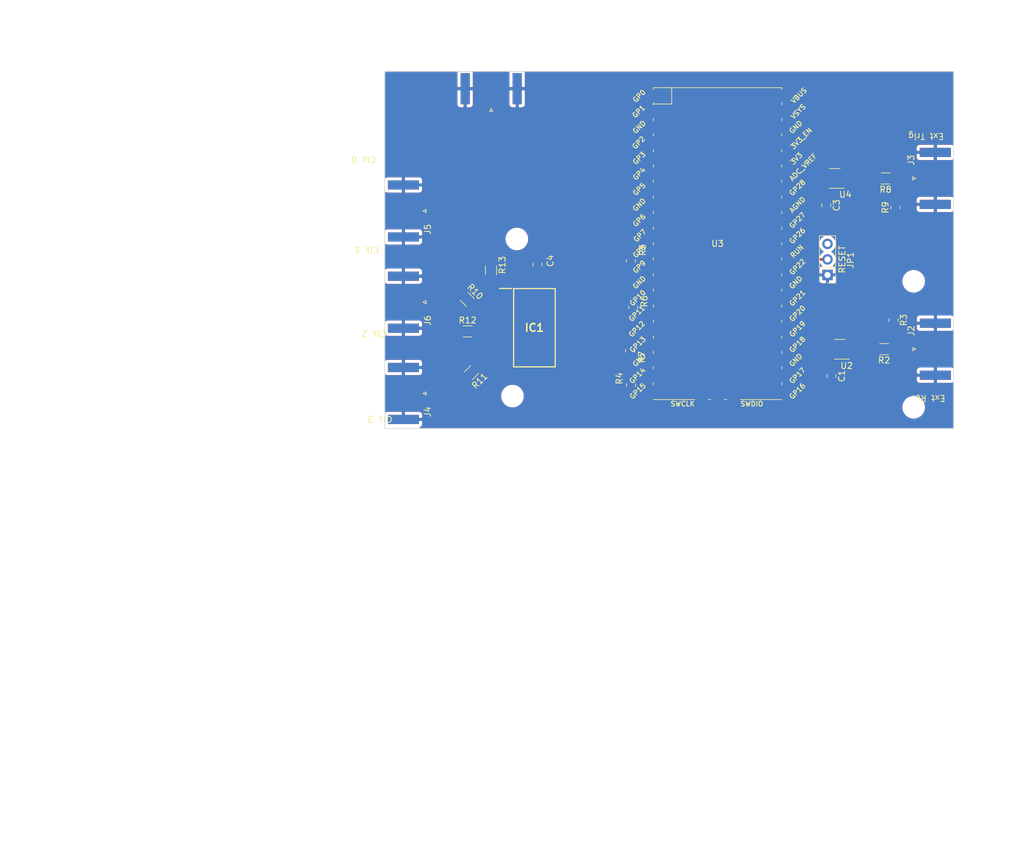
<source format=kicad_pcb>
(kicad_pcb (version 20221018) (generator pcbnew)
  (layers (0 "F.Cu" signal) (31 "B.Cu" signal) (34 "B.Paste" user) (35 "F.Paste" user) (36 "B.SilkS" user "B.Silkscreen") (37 "F.SilkS" user "F.Silkscreen") (38 "B.Mask" user) (39 "F.Mask" user) (44 "Edge.Cuts" user))
  (net 0 "")
  (net 1 "3_3V_Pico")
  (net 2 "GND")
  (net 3 "Net-(IC1-B0)")
  (net 4 "Net-(IC1-B2)")
  (net 5 "Net-(IC1-B4)")
  (net 6 "Net-(IC1-B6)")
  (net 7 "Net-(IC1-A6)")
  (net 8 "Net-(IC1-A4)")
  (net 9 "Net-(IC1-A2)")
  (net 10 "Net-(IC1-A0)")
  (net 11 "Net-(J2-In)")
  (net 12 "Net-(J3-In)")
  (net 13 "PC3")
  (net 14 "PC1")
  (net 15 "PC2")
  (net 16 "PC0")
  (net 18 "Net-(R2-Pad2)")
  (net 19 "Net-(R8-Pad2)")
  (net 21 "Net-(U3-GPIO20)")
  (net 46 "Net-(U3-GPIO0)")
  (net 49 "Net-(JP1-C)")
  (footprint "MountingHole:MountingHole_3.2mm_M3_ISO7380" (layer "F.Cu") (at 168.1582 100.1544 180)
    (fp_text reference "REF**" hide)
    (fp_text value "MountingHole_3.2mm_M3_ISO7380" hide)
    (pad "" np_thru_hole circle (at 0 -0.023 180) (size 3.2 3.2) (drill 3.2) (layers "F&B.Cu" "*.Mask"))
  )
  (footprint "MountingHole:MountingHole_3.2mm_M3_ISO7380" (layer "F.Cu") (at 102.5582 118.9544 180)
    (fp_text reference "REF**" hide)
    (fp_text value "MountingHole_3.2mm_M3_ISO7380" hide)
    (pad "" np_thru_hole circle (at 0 0.007 180) (size 3.2 3.2) (drill 3.2) (layers "F&B.Cu" "*.Mask"))
  )
  (footprint "MountingHole:MountingHole_3.2mm_M3_ISO7380" (layer "F.Cu") (at 103.2752 93.2544 180)
    (fp_text reference "REF**" hide)
    (fp_text value "MountingHole_3.2mm_M3_ISO7380" hide)
    (pad "" np_thru_hole circle (at 0 -0.003 180) (size 3.2 3.2) (drill 3.2) (layers "F&B.Cu" "*.Mask"))
  )
  (footprint "Connector_Coaxial:SMA_Amphenol_132289_EdgeMount" (layer "F.Cu") (at 99.0752 68.6774 90)
    (fp_text reference "J7" hide)
    (fp_text value "Pseudoclock 0")
    (fp_line (start -3.71 -0.25) (end -3.71 0.25) (stroke (width 0.12)) (layer "F.SilkS"))
    (fp_line (start -3.71 0.25) (end -3.21 0) (stroke (width 0.12)) (layer "F.SilkS"))
    (fp_line (start -3.21 0) (end -3.71 -0.25) (stroke (width 0.12)) (layer "F.SilkS"))
    (pad "1" smd rect (at 0 0 180) (size 1.5 5.08) (layers "F.Cu" "F.Paste" "F.Mask") (net 16 "PC0"))
    (pad "2" smd rect (at 0 -4.25 180) (size 1.5 5.08) (layers "F.Cu" "F.Paste" "F.Mask") (net 2 "GND"))
    (pad "2" smd rect (at 0 -4.25 180) (size 1.5 5.08) (layers "B.Cu" "B.Paste" "B.Mask") (net 2 "GND"))
    (pad "2" smd rect (at 0 4.25 180) (size 1.5 5.08) (layers "F.Cu" "F.Paste" "F.Mask") (net 2 "GND"))
    (pad "2" smd rect (at 0 4.25 180) (size 1.5 5.08) (layers "B.Cu" "B.Paste" "B.Mask") (net 2 "GND"))
  )
  (footprint "Resistor_SMD:R_0805_2012Metric_Pad1.20x1.40mm_HandSolder" (layer "F.Cu") (at 165.1704 88.1148 90)
    (fp_text reference "R9" (at 0 -1.65 90) (layer "F.SilkS"))
    (fp_text value "47k")
    (fp_line (start -0.227064 -0.735) (end 0.227064 -0.735) (stroke (width 0.12)) (layer "F.SilkS"))
    (fp_line (start -0.227064 0.735) (end 0.227064 0.735) (stroke (width 0.12)) (layer "F.SilkS"))
    (pad "1" smd roundrect (at -1 0 90) (size 1.2 1.4) (layers "F.Cu" "F.Paste" "F.Mask") (roundrect_rratio 0.2083333333) (net 2 "GND"))
    (pad "2" smd roundrect (at 1 0 90) (size 1.2 1.4) (layers "F.Cu" "F.Paste" "F.Mask") (roundrect_rratio 0.2083333333) (net 12 "Net-(J3-In)"))
  )
  (footprint "Capacitor_SMD:C_0805_2012Metric_Pad1.18x1.45mm_HandSolder" (layer "F.Cu") (at 106.6592 97.4044 -90)
    (fp_text reference "C4" (at -0.57 -2.09 90) (layer "F.SilkS"))
    (fp_text value "100n")
    (fp_line (start -0.261252 -0.735) (end 0.261252 -0.735) (stroke (width 0.12)) (layer "F.SilkS"))
    (fp_line (start -0.261252 0.735) (end 0.261252 0.735) (stroke (width 0.12)) (layer "F.SilkS"))
    (pad "1" smd roundrect (at -1.0375 0 270) (size 1.175 1.45) (layers "F.Cu" "F.Paste" "F.Mask") (roundrect_rratio 0.2127659574) (net 2 "GND"))
    (pad "2" smd roundrect (at 1.0375 0 270) (size 1.175 1.45) (layers "F.Cu" "F.Paste" "F.Mask") (roundrect_rratio 0.2127659574) (net 1 "3_3V_Pico"))
  )
  (footprint "Package_TO_SOT_SMD:SOT-23-5_HandSoldering" (layer "F.Cu") (at 155.2404 83.3548 180)
    (fp_text reference "U4" (at -1.75 -2.63) (layer "F.SilkS"))
    (fp_text value "74LVC1G17")
    (fp_line (start -0.9 1.61) (end 0.9 1.61) (stroke (width 0.12)) (layer "F.SilkS"))
    (fp_line (start 0.9 -1.61) (end -1.55 -1.61) (stroke (width 0.12)) (layer "F.SilkS"))
    (pad "1" smd rect (at -1.35 -0.95 180) (size 1.56 0.65) (layers "F.Cu" "F.Paste" "F.Mask"))
    (pad "2" smd rect (at -1.35 0 180) (size 1.56 0.65) (layers "F.Cu" "F.Paste" "F.Mask") (net 19 "Net-(R8-Pad2)"))
    (pad "3" smd rect (at -1.35 0.95 180) (size 1.56 0.65) (layers "F.Cu" "F.Paste" "F.Mask") (net 2 "GND"))
    (pad "4" smd rect (at 1.35 0.95 180) (size 1.56 0.65) (layers "F.Cu" "F.Paste" "F.Mask") (net 46 "Net-(U3-GPIO0)"))
    (pad "5" smd rect (at 1.35 -0.95 180) (size 1.56 0.65) (layers "F.Cu" "F.Paste" "F.Mask") (net 1 "3_3V_Pico"))
  )
  (footprint "Resistor_SMD:R_1206_3216Metric_Pad1.30x1.75mm_HandSolder" (layer "F.Cu") (at 95.8752 115.1074 45)
    (fp_text reference "R11" (at -0.035 1.895 45) (layer "F.SilkS"))
    (fp_text value "49.9")
    (fp_line (start -0.727064 -0.91) (end 0.727064 -0.91) (stroke (width 0.12)) (layer "F.SilkS"))
    (fp_line (start -0.727064 0.91) (end 0.727064 0.91) (stroke (width 0.12)) (layer "F.SilkS"))
    (pad "1" smd roundrect (at -1.55 0 45) (size 1.3 1.75) (layers "F.Cu" "F.Paste" "F.Mask") (roundrect_rratio 0.1923076923) (net 13 "PC3"))
    (pad "2" smd roundrect (at 1.55 0 45) (size 1.3 1.75) (layers "F.Cu" "F.Paste" "F.Mask") (roundrect_rratio 0.1923076923) (net 7 "Net-(IC1-A6)"))
  )
  (footprint "Connector_Coaxial:SMA_Amphenol_132289_EdgeMount" (layer "F.Cu") (at 171.6972 83.3568)
    (fp_text reference "J3" (at -3.96 -3 90) (layer "F.SilkS"))
    (fp_text value "Ext. Trig.")
    (fp_line (start -3.71 -0.25) (end -3.71 0.25) (stroke (width 0.12)) (layer "F.SilkS"))
    (fp_line (start -3.71 0.25) (end -3.21 0) (stroke (width 0.12)) (layer "F.SilkS"))
    (fp_line (start -3.21 0) (end -3.71 -0.25) (stroke (width 0.12)) (layer "F.SilkS"))
    (pad "1" smd rect (at 0 0 90) (size 1.5 5.08) (layers "F.Cu" "F.Paste" "F.Mask") (net 12 "Net-(J3-In)"))
    (pad "2" smd rect (at 0 -4.25 90) (size 1.5 5.08) (layers "F.Cu" "F.Paste" "F.Mask") (net 2 "GND"))
    (pad "2" smd rect (at 0 -4.25 90) (size 1.5 5.08) (layers "B.Cu" "B.Paste" "B.Mask") (net 2 "GND"))
    (pad "2" smd rect (at 0 4.25 90) (size 1.5 5.08) (layers "F.Cu" "F.Paste" "F.Mask") (net 2 "GND"))
    (pad "2" smd rect (at 0 4.25 90) (size 1.5 5.08) (layers "B.Cu" "B.Paste" "B.Mask") (net 2 "GND"))
  )
  (footprint "Resistor_SMD:R_1206_3216Metric_Pad1.30x1.75mm_HandSolder" (layer "F.Cu") (at 163.56665 83.3568 180)
    (fp_text reference "R8" (at 0 -1.82) (layer "F.SilkS"))
    (fp_text value "500")
    (fp_line (start -0.727064 -0.91) (end 0.727064 -0.91) (stroke (width 0.12)) (layer "F.SilkS"))
    (fp_line (start -0.727064 0.91) (end 0.727064 0.91) (stroke (width 0.12)) (layer "F.SilkS"))
    (pad "1" smd roundrect (at -1.55 0 180) (size 1.3 1.75) (layers "F.Cu" "F.Paste" "F.Mask") (roundrect_rratio 0.1923076923) (net 12 "Net-(J3-In)"))
    (pad "2" smd roundrect (at 1.55 0 180) (size 1.3 1.75) (layers "F.Cu" "F.Paste" "F.Mask") (roundrect_rratio 0.1923076923) (net 19 "Net-(R8-Pad2)"))
  )
  (footprint "Resistor_SMD:R_0805_2012Metric_Pad1.20x1.40mm_HandSolder" (layer "F.Cu") (at 121.9652 117.1674 90)
    (fp_text reference "R4" (at 1.11 -1.93 90) (layer "F.SilkS"))
    (fp_text value "10k")
    (fp_line (start -0.227064 -0.735) (end 0.227064 -0.735) (stroke (width 0.12)) (layer "F.SilkS"))
    (fp_line (start -0.227064 0.735) (end 0.227064 0.735) (stroke (width 0.12)) (layer "F.SilkS"))
    (pad "1" smd roundrect (at -1 0 90) (size 1.2 1.4) (layers "F.Cu" "F.Paste" "F.Mask") (roundrect_rratio 0.2083333333) (net 6 "Net-(IC1-B6)"))
    (pad "2" smd roundrect (at 1 0 90) (size 1.2 1.4) (layers "F.Cu" "F.Paste" "F.Mask") (roundrect_rratio 0.2083333333) (net 2 "GND"))
  )
  (footprint "Resistor_SMD:R_0805_2012Metric_Pad1.20x1.40mm_HandSolder" (layer "F.Cu") (at 122.2952 104.4474 -90)
    (fp_text reference "R6" (at -1 -1.81 90) (layer "F.SilkS"))
    (fp_text value "10k")
    (fp_line (start -0.227064 -0.735) (end 0.227064 -0.735) (stroke (width 0.12)) (layer "F.SilkS"))
    (fp_line (start -0.227064 0.735) (end 0.227064 0.735) (stroke (width 0.12)) (layer "F.SilkS"))
    (pad "1" smd roundrect (at -1 0 270) (size 1.2 1.4) (layers "F.Cu" "F.Paste" "F.Mask") (roundrect_rratio 0.2083333333) (net 2 "GND"))
    (pad "2" smd roundrect (at 1 0 270) (size 1.2 1.4) (layers "F.Cu" "F.Paste" "F.Mask") (roundrect_rratio 0.2083333333) (net 4 "Net-(IC1-B2)"))
  )
  (footprint "Connector_Coaxial:SMA_Amphenol_132289_EdgeMount" (layer "F.Cu") (at 84.7333 103.5998 180)
    (fp_text reference "J6" (at -3.96 -3 90) (layer "F.SilkS"))
    (fp_text value "Pseudoclock 2")
    (fp_line (start -3.71 -0.25) (end -3.71 0.25) (stroke (width 0.12)) (layer "F.SilkS"))
    (fp_line (start -3.71 0.25) (end -3.21 0) (stroke (width 0.12)) (layer "F.SilkS"))
    (fp_line (start -3.21 0) (end -3.71 -0.25) (stroke (width 0.12)) (layer "F.SilkS"))
    (pad "1" smd rect (at 0 0 270) (size 1.5 5.08) (layers "F.Cu" "F.Paste" "F.Mask") (net 15 "PC2"))
    (pad "2" smd rect (at 0 -4.25 270) (size 1.5 5.08) (layers "F.Cu" "F.Paste" "F.Mask") (net 2 "GND"))
    (pad "2" smd rect (at 0 -4.25 270) (size 1.5 5.08) (layers "B.Cu" "B.Paste" "B.Mask") (net 2 "GND"))
    (pad "2" smd rect (at 0 4.25 270) (size 1.5 5.08) (layers "F.Cu" "F.Paste" "F.Mask") (net 2 "GND"))
    (pad "2" smd rect (at 0 4.25 270) (size 1.5 5.08) (layers "B.Cu" "B.Paste" "B.Mask") (net 2 "GND"))
  )
  (footprint "Resistor_SMD:R_1206_3216Metric_Pad1.30x1.75mm_HandSolder" (layer "F.Cu") (at 95.2252 108.3674)
    (fp_text reference "R12" (at 0 -1.82) (layer "F.SilkS"))
    (fp_text value "49.9")
    (fp_line (start -0.727064 -0.91) (end 0.727064 -0.91) (stroke (width 0.12)) (layer "F.SilkS"))
    (fp_line (start -0.727064 0.91) (end 0.727064 0.91) (stroke (width 0.12)) (layer "F.SilkS"))
    (pad "1" smd roundrect (at -1.55 0) (size 1.3 1.75) (layers "F.Cu" "F.Paste" "F.Mask") (roundrect_rratio 0.1923076923) (net 15 "PC2"))
    (pad "2" smd roundrect (at 1.55 0) (size 1.3 1.75) (layers "F.Cu" "F.Paste" "F.Mask") (roundrect_rratio 0.1923076923) (net 8 "Net-(IC1-A4)"))
  )
  (footprint "Connector_Coaxial:SMA_Amphenol_132289_EdgeMount" (layer "F.Cu") (at 84.7333 118.5198 180)
    (fp_text reference "J4" (at -3.96 -3 90) (layer "F.SilkS"))
    (fp_text value "Pseudoclock 3")
    (fp_line (start -3.71 -0.25) (end -3.71 0.25) (stroke (width 0.12)) (layer "F.SilkS"))
    (fp_line (start -3.71 0.25) (end -3.21 0) (stroke (width 0.12)) (layer "F.SilkS"))
    (fp_line (start -3.21 0) (end -3.71 -0.25) (stroke (width 0.12)) (layer "F.SilkS"))
    (pad "1" smd rect (at 0 0 270) (size 1.5 5.08) (layers "F.Cu" "F.Paste" "F.Mask") (net 13 "PC3"))
    (pad "2" smd rect (at 0 -4.25 270) (size 1.5 5.08) (layers "F.Cu" "F.Paste" "F.Mask") (net 2 "GND"))
    (pad "2" smd rect (at 0 -4.25 270) (size 1.5 5.08) (layers "B.Cu" "B.Paste" "B.Mask") (net 2 "GND"))
    (pad "2" smd rect (at 0 4.25 270) (size 1.5 5.08) (layers "F.Cu" "F.Paste" "F.Mask") (net 2 "GND"))
    (pad "2" smd rect (at 0 4.25 270) (size 1.5 5.08) (layers "B.Cu" "B.Paste" "B.Mask") (net 2 "GND"))
  )
  (footprint "Capacitor_SMD:C_0805_2012Metric_Pad1.18x1.45mm_HandSolder" (layer "F.Cu") (at 153.8726 87.749 -90)
    (fp_text reference "C3" (at 0 -1.68 90) (layer "F.SilkS"))
    (fp_text value "100n")
    (fp_line (start -0.261252 -0.735) (end 0.261252 -0.735) (stroke (width 0.12)) (layer "F.SilkS"))
    (fp_line (start -0.261252 0.735) (end 0.261252 0.735) (stroke (width 0.12)) (layer "F.SilkS"))
    (pad "1" smd roundrect (at -1.0375 0 270) (size 1.175 1.45) (layers "F.Cu" "F.Paste" "F.Mask") (roundrect_rratio 0.2127659574) (net 1 "3_3V_Pico"))
    (pad "2" smd roundrect (at 1.0375 0 270) (size 1.175 1.45) (layers "F.Cu" "F.Paste" "F.Mask") (roundrect_rratio 0.2127659574) (net 2 "GND"))
  )
  (footprint "Connector_Coaxial:SMA_Amphenol_132289_EdgeMount" (layer "F.Cu") (at 171.7179 111.2808)
    (fp_text reference "J2" (at -3.96 -3 90) (layer "F.SilkS"))
    (fp_text value "Ext. Clock")
    (fp_line (start -3.71 -0.25) (end -3.71 0.25) (stroke (width 0.12)) (layer "F.SilkS"))
    (fp_line (start -3.71 0.25) (end -3.21 0) (stroke (width 0.12)) (layer "F.SilkS"))
    (fp_line (start -3.21 0) (end -3.71 -0.25) (stroke (width 0.12)) (layer "F.SilkS"))
    (pad "1" smd rect (at 0 0 90) (size 1.5 5.08) (layers "F.Cu" "F.Paste" "F.Mask") (net 11 "Net-(J2-In)"))
    (pad "2" smd rect (at 0 -4.25 90) (size 1.5 5.08) (layers "F.Cu" "F.Paste" "F.Mask") (net 2 "GND"))
    (pad "2" smd rect (at 0 -4.25 90) (size 1.5 5.08) (layers "B.Cu" "B.Paste" "B.Mask") (net 2 "GND"))
    (pad "2" smd rect (at 0 4.25 90) (size 1.5 5.08) (layers "F.Cu" "F.Paste" "F.Mask") (net 2 "GND"))
    (pad "2" smd rect (at 0 4.25 90) (size 1.5 5.08) (layers "B.Cu" "B.Paste" "B.Mask") (net 2 "GND"))
  )
  (footprint "Resistor_SMD:R_0805_2012Metric_Pad1.20x1.40mm_HandSolder" (layer "F.Cu") (at 121.9152 96.8374 -90)
    (fp_text reference "R5" (at -1.78 -1.93 90) (layer "F.SilkS"))
    (fp_text value "10k")
    (fp_line (start -0.227064 -0.735) (end 0.227064 -0.735) (stroke (width 0.12)) (layer "F.SilkS"))
    (fp_line (start -0.227064 0.735) (end 0.227064 0.735) (stroke (width 0.12)) (layer "F.SilkS"))
    (pad "1" smd roundrect (at -1 0 270) (size 1.2 1.4) (layers "F.Cu" "F.Paste" "F.Mask") (roundrect_rratio 0.2083333333) (net 2 "GND"))
    (pad "2" smd roundrect (at 1 0 270) (size 1.2 1.4) (layers "F.Cu" "F.Paste" "F.Mask") (roundrect_rratio 0.2083333333) (net 3 "Net-(IC1-B0)"))
  )
  (footprint "Resistor_SMD:R_0805_2012Metric_Pad1.20x1.40mm_HandSolder" (layer "F.Cu") (at 121.7852 111.5374 -90)
    (fp_text reference "R7" (at 1.04 -1.92 90) (layer "F.SilkS"))
    (fp_text value "10k")
    (fp_line (start -0.227064 -0.735) (end 0.227064 -0.735) (stroke (width 0.12)) (layer "F.SilkS"))
    (fp_line (start -0.227064 0.735) (end 0.227064 0.735) (stroke (width 0.12)) (layer "F.SilkS"))
    (pad "1" smd roundrect (at -1 0 270) (size 1.2 1.4) (layers "F.Cu" "F.Paste" "F.Mask") (roundrect_rratio 0.2083333333) (net 5 "Net-(IC1-B4)"))
    (pad "2" smd roundrect (at 1 0 270) (size 1.2 1.4) (layers "F.Cu" "F.Paste" "F.Mask") (roundrect_rratio 0.2083333333) (net 2 "GND"))
  )
  (footprint "Package_TO_SOT_SMD:SOT-23-5_HandSoldering" (layer "F.Cu") (at 156.0824 111.2948 180)
    (fp_text reference "U2" (at -1.1176 -2.6924) (layer "F.SilkS"))
    (fp_text value "74LVC1G34")
    (fp_line (start -0.9 1.61) (end 0.9 1.61) (stroke (width 0.12)) (layer "F.SilkS"))
    (fp_line (start 0.9 -1.61) (end -1.55 -1.61) (stroke (width 0.12)) (layer "F.SilkS"))
    (pad "1" smd rect (at -1.35 -0.95 180) (size 1.56 0.65) (layers "F.Cu" "F.Paste" "F.Mask"))
    (pad "2" smd rect (at -1.35 0 180) (size 1.56 0.65) (layers "F.Cu" "F.Paste" "F.Mask") (net 18 "Net-(R2-Pad2)"))
    (pad "3" smd rect (at -1.35 0.95 180) (size 1.56 0.65) (layers "F.Cu" "F.Paste" "F.Mask") (net 2 "GND"))
    (pad "4" smd rect (at 1.35 0.95 180) (size 1.56 0.65) (layers "F.Cu" "F.Paste" "F.Mask") (net 21 "Net-(U3-GPIO20)"))
    (pad "5" smd rect (at 1.35 -0.95 180) (size 1.56 0.65) (layers "F.Cu" "F.Paste" "F.Mask") (net 1 "3_3V_Pico"))
  )
  (footprint "Resistor_SMD:R_1206_3216Metric_Pad1.30x1.75mm_HandSolder" (layer "F.Cu") (at 99.0452 98.3874 -90)
    (fp_text reference "R13" (at -0.87 -1.86 90) (layer "F.SilkS"))
    (fp_text value "49.9")
    (fp_line (start -0.727064 -0.91) (end 0.727064 -0.91) (stroke (width 0.12)) (layer "F.SilkS"))
    (fp_line (start -0.727064 0.91) (end 0.727064 0.91) (stroke (width 0.12)) (layer "F.SilkS"))
    (pad "1" smd roundrect (at -1.55 0 270) (size 1.3 1.75) (layers "F.Cu" "F.Paste" "F.Mask") (roundrect_rratio 0.1923076923) (net 16 "PC0"))
    (pad "2" smd roundrect (at 1.55 0 270) (size 1.3 1.75) (layers "F.Cu" "F.Paste" "F.Mask") (roundrect_rratio 0.1923076923) (net 10 "Net-(IC1-A0)"))
  )
  (footprint "MCU_RaspberryPi_and_Boards:RPi_Pico_SMD" (layer "F.Cu") (at 136.0926 94.0228)
    (fp_text reference "U3" (at 0 0) (layer "F.SilkS"))
    (fp_text value "Pico")
    (fp_text user "GP18" (at 13.054 16.51 45) (layer "F.SilkS") (effects (font (size 0.8 0.8))))
    (fp_text user "GP1" (at -12.9 -21.6 45) (layer "F.SilkS") (effects (font (size 0.8 0.8))))
    (fp_text user "GP10" (at -13.054 8.89 45) (layer "F.SilkS") (effects (font (size 0.8 0.8))))
    (fp_text user "GP9" (at -12.8 3.81 45) (layer "F.SilkS") (effects (font (size 0.8 0.8))))
    (fp_text user "VBUS" (at 13.3 -24.2 45) (layer "F.SilkS") (effects (font (size 0.8 0.8))))
    (fp_text user "GND" (at -12.8 19.05 45) (layer "F.SilkS") (effects (font (size 0.8 0.8))))
    (fp_text user "AGND" (at 13.054 -6.35 45) (layer "F.SilkS") (effects (font (size 0.8 0.8))))
    (fp_text user "GP14" (at -13.1 21.59 45) (layer "F.SilkS") (effects (font (size 0.8 0.8))))
    (fp_text user "GND" (at -12.8 -6.35 45) (layer "F.SilkS") (effects (font (size 0.8 0.8))))
    (fp_text user "GP16" (at 13.054 24.13 45) (layer "F.SilkS") (effects (font (size 0.8 0.8))))
    (fp_text user "GP27" (at 13.054 -3.8 45) (layer "F.SilkS") (effects (font (size 0.8 0.8))))
    (fp_text user "SWCLK" (at -5.7 26.2) (layer "F.SilkS") (effects (font (size 0.8 0.8))))
    (fp_text user "GND" (at 12.8 19.05 45) (layer "F.SilkS") (effects (font (size 0.8 0.8))))
    (fp_text user "GND" (at 12.8 -19.05 45) (layer "F.SilkS") (effects (font (size 0.8 0.8))))
    (fp_text user "ADC_VREF" (at 14 -12.5 45) (layer "F.SilkS") (effects (font (size 0.8 0.8))))
    (fp_text user "GP11" (at -13.2 11.43 45) (layer "F.SilkS") (effects (font (size 0.8 0.8))))
    (fp_text user "3V3_EN" (at 13.7 -17.2 45) (layer "F.SilkS") (effects (font (size 0.8 0.8))))
    (fp_text user "GP17" (at 13.054 21.59 45) (layer "F.SilkS") (effects (font (size 0.8 0.8))))
    (fp_text user "GP3" (at -12.8 -13.97 45) (layer "F.SilkS") (effects (font (size 0.8 0.8))))
    (fp_text user "GND" (at -12.8 -19.05 45) (layer "F.SilkS") (effects (font (size 0.8 0.8))))
    (fp_text user "GP26" (at 13.054 -1.27 45) (layer "F.SilkS") (effects (font (size 0.8 0.8))))
    (fp_text user "3V3" (at 12.9 -13.9 45) (layer "F.SilkS") (effects (font (size 0.8 0.8))))
    (fp_text user "GP15" (at -13.054 24.13 45) (layer "F.SilkS") (effects (font (size 0.8 0.8))))
    (fp_text user "GP8" (at -12.8 1.27 45) (layer "F.SilkS") (effects (font (size 0.8 0.8))))
    (fp_text user "GP21" (at 13.054 8.9 45) (layer "F.SilkS") (effects (font (size 0.8 0.8))))
    (fp_text user "GP22" (at 13.054 3.81 45) (layer "F.SilkS") (effects (font (size 0.8 0.8))))
    (fp_text user "SWDIO" (at 5.6 26.2) (layer "F.SilkS") (effects (font (size 0.8 0.8))))
    (fp_text user "GP28" (at 13.054 -9.144 45) (layer "F.SilkS") (effects (font (size 0.8 0.8))))
    (fp_text user "GP7" (at -12.7 -1.3 45) (layer "F.SilkS") (effects (font (size 0.8 0.8))))
    (fp_text user "GP13" (at -13.054 16.51 45) (layer "F.SilkS") (effects (font (size 0.8 0.8))))
    (fp_text user "GP2" (at -12.9 -16.51 45) (layer "F.SilkS") (effects (font (size 0.8 0.8))))
    (fp_text user "GP4" (at -12.8 -11.43 45) (layer "F.SilkS") (effects (font (size 0.8 0.8))))
    (fp_text user "VSYS" (at 13.2 -21.59 45) (layer "F.SilkS") (effects (font (size 0.8 0.8))))
    (fp_text user "GND" (at -12.8 6.35 45) (layer "F.SilkS") (effects (font (size 0.8 0.8))))
    (fp_text user "GP19" (at 13.054 13.97 45) (layer "F.SilkS") (effects (font (size 0.8 0.8))))
    (fp_text user "RUN" (at 13 1.27 45) (layer "F.SilkS") (effects (font (size 0.8 0.8))))
    (fp_text user "GND" (at 12.8 6.35 45) (layer "F.SilkS") (effects (font (size 0.8 0.8))))
    (fp_text user "GP20" (at 13.054 11.43 45) (layer "F.SilkS") (effects (font (size 0.8 0.8))))
    (fp_text user "GP12" (at -13.2 13.97 45) (layer "F.SilkS") (effects (font (size 0.8 0.8))))
    (fp_text user "GP5" (at -12.8 -8.89 45) (layer "F.SilkS") (effects (font (size 0.8 0.8))))
    (fp_text user "GP0" (at -12.8 -24.13 45) (layer "F.SilkS") (effects (font (size 0.8 0.8))))
    (fp_text user "GP6" (at -12.8 -3.81 45) (layer "F.SilkS") (effects (font (size 0.8 0.8))))
    (fp_line (start -10.5 -25.5) (end -10.5 -25.2) (stroke (width 0.12)) (layer "F.SilkS"))
    (fp_line (start -10.5 -25.5) (end 10.5 -25.5) (stroke (width 0.12)) (layer "F.SilkS"))
    (fp_line (start -10.5 -23.1) (end -10.5 -22.7) (stroke (width 0.12)) (layer "F.SilkS"))
    (fp_line (start -10.5 -22.833) (end -7.493 -22.833) (stroke (width 0.12)) (layer "F.SilkS"))
    (fp_line (start -10.5 -20.5) (end -10.5 -20.1) (stroke (width 0.12)) (layer "F.SilkS"))
    (fp_line (start -10.5 -18) (end -10.5 -17.6) (stroke (width 0.12)) (layer "F.SilkS"))
    (fp_line (start -10.5 -15.4) (end -10.5 -15) (stroke (width 0.12)) (layer "F.SilkS"))
    (fp_line (start -10.5 -12.9) (end -10.5 -12.5) (stroke (width 0.12)) (layer "F.SilkS"))
    (fp_line (start -10.5 -10.4) (end -10.5 -10) (stroke (width 0.12)) (layer "F.SilkS"))
    (fp_line (start -10.5 -7.8) (end -10.5 -7.4) (stroke (width 0.12)) (layer "F.SilkS"))
    (fp_line (start -10.5 -5.3) (end -10.5 -4.9) (stroke (width 0.12)) (layer "F.SilkS"))
    (fp_line (start -10.5 -2.7) (end -10.5 -2.3) (stroke (width 0.12)) (layer "F.SilkS"))
    (fp_line (start -10.5 -0.2) (end -10.5 0.2) (stroke (width 0.12)) (layer "F.SilkS"))
    (fp_line (start -10.5 2.3) (end -10.5 2.7) (stroke (width 0.12)) (layer "F.SilkS"))
    (fp_line (start -10.5 4.9) (end -10.5 5.3) (stroke (width 0.12)) (layer "F.SilkS"))
    (fp_line (start -10.5 7.4) (end -10.5 7.8) (stroke (width 0.12)) (layer "F.SilkS"))
    (fp_line (start -10.5 10) (end -10.5 10.4) (stroke (width 0.12)) (layer "F.SilkS"))
    (fp_line (start -10.5 12.5) (end -10.5 12.9) (stroke (width 0.12)) (layer "F.SilkS"))
    (fp_line (start -10.5 15.1) (end -10.5 15.5) (stroke (width 0.12)) (layer "F.SilkS"))
    (fp_line (start -10.5 17.6) (end -10.5 18) (stroke (width 0.12)) (layer "F.SilkS"))
    (fp_line (start -10.5 20.1) (end -10.5 20.5) (stroke (width 0.12)) (layer "F.SilkS"))
    (fp_line (start -10.5 22.7) (end -10.5 23.1) (stroke (width 0.12)) (layer "F.SilkS"))
    (fp_line (start -7.493 -22.833) (end -7.493 -25.5) (stroke (width 0.12)) (layer "F.SilkS"))
    (fp_line (start -3.7 25.5) (end -10.5 25.5) (stroke (width 0.12)) (layer "F.SilkS"))
    (fp_line (start -1.5 25.5) (end -1.1 25.5) (stroke (width 0.12)) (layer "F.SilkS"))
    (fp_line (start 1.1 25.5) (end 1.5 25.5) (stroke (width 0.12)) (layer "F.SilkS"))
    (fp_line (start 10.5 -25.5) (end 10.5 -25.2) (stroke (width 0.12)) (layer "F.SilkS"))
    (fp_line (start 10.5 -23.1) (end 10.5 -22.7) (stroke (width 0.12)) (layer "F.SilkS"))
    (fp_line (start 10.5 -20.5) (end 10.5 -20.1) (stroke (width 0.12)) (layer "F.SilkS"))
    (fp_line (start 10.5 -18) (end 10.5 -17.6) (stroke (width 0.12)) (layer "F.SilkS"))
    (fp_line (start 10.5 -15.4) (end 10.5 -15) (stroke (width 0.12)) (layer "F.SilkS"))
    (fp_line (start 10.5 -12.9) (end 10.5 -12.5) (stroke (width 0.12)) (layer "F.SilkS"))
    (fp_line (start 10.5 -10.4) (end 10.5 -10) (stroke (width 0.12)) (layer "F.SilkS"))
    (fp_line (start 10.5 -7.8) (end 10.5 -7.4) (stroke (width 0.12)) (layer "F.SilkS"))
    (fp_line (start 10.5 -5.3) (end 10.5 -4.9) (stroke (width 0.12)) (layer "F.SilkS"))
    (fp_line (start 10.5 -2.7) (end 10.5 -2.3) (stroke (width 0.12)) (layer "F.SilkS"))
    (fp_line (start 10.5 -0.2) (end 10.5 0.2) (stroke (width 0.12)) (layer "F.SilkS"))
    (fp_line (start 10.5 2.3) (end 10.5 2.7) (stroke (width 0.12)) (layer "F.SilkS"))
    (fp_line (start 10.5 4.9) (end 10.5 5.3) (stroke (width 0.12)) (layer "F.SilkS"))
    (fp_line (start 10.5 7.4) (end 10.5 7.8) (stroke (width 0.12)) (layer "F.SilkS"))
    (fp_line (start 10.5 10) (end 10.5 10.4) (stroke (width 0.12)) (layer "F.SilkS"))
    (fp_line (start 10.5 12.5) (end 10.5 12.9) (stroke (width 0.12)) (layer "F.SilkS"))
    (fp_line (start 10.5 15.1) (end 10.5 15.5) (stroke (width 0.12)) (layer "F.SilkS"))
    (fp_line (start 10.5 17.6) (end 10.5 18) (stroke (width 0.12)) (layer "F.SilkS"))
    (fp_line (start 10.5 20.1) (end 10.5 20.5) (stroke (width 0.12)) (layer "F.SilkS"))
    (fp_line (start 10.5 22.7) (end 10.5 23.1) (stroke (width 0.12)) (layer "F.SilkS"))
    (fp_line (start 10.5 25.5) (end 3.7 25.5) (stroke (width 0.12)) (layer "F.SilkS"))
    (pad "1" smd rect (at -8.89 -24.13) (size 3.5 1.7) (drill (offset -0.9 0)) (layers "F.Cu" "F.Mask") (net 46 "Net-(U3-GPIO0)"))
    (pad "2" smd rect (at -8.89 -21.59) (size 3.5 1.7) (drill (offset -0.9 0)) (layers "F.Cu" "F.Mask"))
    (pad "3" smd rect (at -8.89 -19.05) (size 3.5 1.7) (drill (offset -0.9 0)) (layers "F.Cu" "F.Mask") (net 2 "GND"))
    (pad "4" smd rect (at -8.89 -16.51) (size 3.5 1.7) (drill (offset -0.9 0)) (layers "F.Cu" "F.Mask"))
    (pad "5" smd rect (at -8.89 -13.97) (size 3.5 1.7) (drill (offset -0.9 0)) (layers "F.Cu" "F.Mask"))
    (pad "6" smd rect (at -8.89 -11.43) (size 3.5 1.7) (drill (offset -0.9 0)) (layers "F.Cu" "F.Mask"))
    (pad "7" smd rect (at -8.89 -8.89) (size 3.5 1.7) (drill (offset -0.9 0)) (layers "F.Cu" "F.Mask"))
    (pad "8" smd rect (at -8.89 -6.35) (size 3.5 1.7) (drill (offset -0.9 0)) (layers "F.Cu" "F.Mask") (net 2 "GND"))
    (pad "9" smd rect (at -8.89 -3.81) (size 3.5 1.7) (drill (offset -0.9 0)) (layers "F.Cu" "F.Mask"))
    (pad "10" smd rect (at -8.89 -1.27) (size 3.5 1.7) (drill (offset -0.9 0)) (layers "F.Cu" "F.Mask"))
    (pad "11" smd rect (at -8.89 1.27) (size 3.5 1.7) (drill (offset -0.9 0)) (layers "F.Cu" "F.Mask"))
    (pad "12" smd rect (at -8.89 3.81) (size 3.5 1.7) (drill (offset -0.9 0)) (layers "F.Cu" "F.Mask") (net 3 "Net-(IC1-B0)"))
    (pad "13" smd rect (at -8.89 6.35) (size 3.5 1.7) (drill (offset -0.9 0)) (layers "F.Cu" "F.Mask") (net 2 "GND"))
    (pad "14" smd rect (at -8.89 8.89) (size 3.5 1.7) (drill (offset -0.9 0)) (layers "F.Cu" "F.Mask"))
    (pad "15" smd rect (at -8.89 11.43) (size 3.5 1.7) (drill (offset -0.9 0)) (layers "F.Cu" "F.Mask") (net 4 "Net-(IC1-B2)"))
    (pad "16" smd rect (at -8.89 13.97) (size 3.5 1.7) (drill (offset -0.9 0)) (layers "F.Cu" "F.Mask"))
    (pad "17" smd rect (at -8.89 16.51) (size 3.5 1.7) (drill (offset -0.9 0)) (layers "F.Cu" "F.Mask") (net 5 "Net-(IC1-B4)"))
    (pad "18" smd rect (at -8.89 19.05) (size 3.5 1.7) (drill (offset -0.9 0)) (layers "F.Cu" "F.Mask") (net 2 "GND"))
    (pad "19" smd rect (at -8.89 21.59) (size 3.5 1.7) (drill (offset -0.9 0)) (layers "F.Cu" "F.Mask"))
    (pad "20" smd rect (at -8.89 24.13) (size 3.5 1.7) (drill (offset -0.9 0)) (layers "F.Cu" "F.Mask") (net 6 "Net-(IC1-B6)"))
    (pad "21" smd rect (at 8.89 24.13) (size 3.5 1.7) (drill (offset 0.9 0)) (layers "F.Cu" "F.Mask"))
    (pad "22" smd rect (at 8.89 21.59) (size 3.5 1.7) (drill (offset 0.9 0)) (layers "F.Cu" "F.Mask"))
    (pad "23" smd rect (at 8.89 19.05) (size 3.5 1.7) (drill (offset 0.9 0)) (layers "F.Cu" "F.Mask") (net 2 "GND"))
    (pad "24" smd rect (at 8.89 16.51) (size 3.5 1.7) (drill (offset 0.9 0)) (layers "F.Cu" "F.Mask"))
    (pad "25" smd rect (at 8.89 13.97) (size 3.5 1.7) (drill (offset 0.9 0)) (layers "F.Cu" "F.Mask"))
    (pad "26" smd rect (at 8.89 11.43) (size 3.5 1.7) (drill (offset 0.9 0)) (layers "F.Cu" "F.Mask") (net 21 "Net-(U3-GPIO20)"))
    (pad "27" smd rect (at 8.89 8.89) (size 3.5 1.7) (drill (offset 0.9 0)) (layers "F.Cu" "F.Mask"))
    (pad "28" smd rect (at 8.89 6.35) (size 3.5 1.7) (drill (offset 0.9 0)) (layers "F.Cu" "F.Mask") (net 2 "GND"))
    (pad "29" smd rect (at 8.89 3.81) (size 3.5 1.7) (drill (offset 0.9 0)) (layers "F.Cu" "F.Mask"))
    (pad "30" smd rect (at 8.89 1.27) (size 3.5 1.7) (drill (offset 0.9 0)) (layers "F.Cu" "F.Mask") (net 49 "Net-(JP1-C)"))
    (pad "31" smd rect (at 8.89 -1.27) (size 3.5 1.7) (drill (offset 0.9 0)) (layers "F.Cu" "F.Mask"))
    (pad "32" smd rect (at 8.89 -3.81) (size 3.5 1.7) (drill (offset 0.9 0)) (layers "F.Cu" "F.Mask"))
    (pad "33" smd rect (at 8.89 -6.35) (size 3.5 1.7) (drill (offset 0.9 0)) (layers "F.Cu" "F.Mask") (net 2 "GND"))
    (pad "34" smd rect (at 8.89 -8.89) (size 3.5 1.7) (drill (offset 0.9 0)) (layers "F.Cu" "F.Mask"))
    (pad "35" smd rect (at 8.89 -11.43) (size 3.5 1.7) (drill (offset 0.9 0)) (layers "F.Cu" "F.Mask"))
    (pad "36" smd rect (at 8.89 -13.97) (size 3.5 1.7) (drill (offset 0.9 0)) (layers "F.Cu" "F.Mask") (net 1 "3_3V_Pico"))
    (pad "37" smd rect (at 8.89 -16.51) (size 3.5 1.7) (drill (offset 0.9 0)) (layers "F.Cu" "F.Mask"))
    (pad "38" smd rect (at 8.89 -19.05) (size 3.5 1.7) (drill (offset 0.9 0)) (layers "F.Cu" "F.Mask") (net 2 "GND"))
    (pad "39" smd rect (at 8.89 -21.59) (size 3.5 1.7) (drill (offset 0.9 0)) (layers "F.Cu" "F.Mask"))
    (pad "40" smd rect (at 8.89 -24.13) (size 3.5 1.7) (drill (offset 0.9 0)) (layers "F.Cu" "F.Mask"))
    (pad "41" smd rect (at -2.54 23.9 90) (size 3.5 1.7) (drill (offset -0.9 0)) (layers "F.Cu" "F.Mask"))
    (pad "42" smd rect (at 0 23.9 90) (size 3.5 1.7) (drill (offset -0.9 0)) (layers "F.Cu" "F.Mask") (net 2 "GND"))
    (pad "43" smd rect (at 2.54 23.9 90) (size 3.5 1.7) (drill (offset -0.9 0)) (layers "F.Cu" "F.Mask"))
  )
  (footprint "MountingHole:MountingHole_3.2mm_M3_ISO7380" (layer "F.Cu") (at 168.1582 120.7544 180)
    (fp_text reference "REF**" hide)
    (fp_text value "MountingHole_3.2mm_M3_ISO7380" hide)
    (pad "" np_thru_hole circle (at 0 -0.023 180) (size 3.2 3.2) (drill 3.2) (layers "F&B.Cu" "*.Mask"))
  )
  (footprint "Resistor_SMD:R_1206_3216Metric_Pad1.30x1.75mm_HandSolder" (layer "F.Cu") (at 95.1752 103.1574 -45)
    (fp_text reference "R10" (at 0 -1.82 135) (layer "F.SilkS"))
    (fp_text value "49.9")
    (fp_line (start -0.727064 -0.91) (end 0.727064 -0.91) (stroke (width 0.12)) (layer "F.SilkS"))
    (fp_line (start -0.727064 0.91) (end 0.727064 0.91) (stroke (width 0.12)) (layer "F.SilkS"))
    (pad "1" smd roundrect (at -1.55 0 315) (size 1.3 1.75) (layers "F.Cu" "F.Paste" "F.Mask") (roundrect_rratio 0.1923076923) (net 14 "PC1"))
    (pad "2" smd roundrect (at 1.55 0 315) (size 1.3 1.75) (layers "F.Cu" "F.Paste" "F.Mask") (roundrect_rratio 0.1923076923) (net 9 "Net-(IC1-A2)"))
  )
  (footprint "Connector_Coaxial:SMA_Amphenol_132289_EdgeMount" (layer "F.Cu") (at 84.7333 88.6798 180)
    (fp_text reference "J5" (at -3.96 -3 90) (layer "F.SilkS"))
    (fp_text value "Pseudoclock 1")
    (fp_line (start -3.71 -0.25) (end -3.71 0.25) (stroke (width 0.12)) (layer "F.SilkS"))
    (fp_line (start -3.71 0.25) (end -3.21 0) (stroke (width 0.12)) (layer "F.SilkS"))
    (fp_line (start -3.21 0) (end -3.71 -0.25) (stroke (width 0.12)) (layer "F.SilkS"))
    (pad "1" smd rect (at 0 0 270) (size 1.5 5.08) (layers "F.Cu" "F.Paste" "F.Mask") (net 14 "PC1"))
    (pad "2" smd rect (at 0 -4.25 270) (size 1.5 5.08) (layers "F.Cu" "F.Paste" "F.Mask") (net 2 "GND"))
    (pad "2" smd rect (at 0 -4.25 270) (size 1.5 5.08) (layers "B.Cu" "B.Paste" "B.Mask") (net 2 "GND"))
    (pad "2" smd rect (at 0 4.25 270) (size 1.5 5.08) (layers "F.Cu" "F.Paste" "F.Mask") (net 2 "GND"))
    (pad "2" smd rect (at 0 4.25 270) (size 1.5 5.08) (layers "B.Cu" "B.Paste" "B.Mask") (net 2 "GND"))
  )
  (footprint "Resistor_SMD:R_1206_3216Metric_Pad1.30x1.75mm_HandSolder" (layer "F.Cu") (at 163.3304 111.2808 180)
    (fp_text reference "R2" (at 0 -1.82) (layer "F.SilkS"))
    (fp_text value "500")
    (fp_line (start -0.727064 -0.91) (end 0.727064 -0.91) (stroke (width 0.12)) (layer "F.SilkS"))
    (fp_line (start -0.727064 0.91) (end 0.727064 0.91) (stroke (width 0.12)) (layer "F.SilkS"))
    (pad "1" smd roundrect (at -1.55 0 180) (size 1.3 1.75) (layers "F.Cu" "F.Paste" "F.Mask") (roundrect_rratio 0.1923076923) (net 11 "Net-(J2-In)"))
    (pad "2" smd roundrect (at 1.55 0 180) (size 1.3 1.75) (layers "F.Cu" "F.Paste" "F.Mask") (roundrect_rratio 0.1923076923) (net 18 "Net-(R2-Pad2)"))
  )
  (footprint "Resistor_SMD:R_0805_2012Metric_Pad1.20x1.40mm_HandSolder" (layer "F.Cu") (at 164.8704 106.5148 -90)
    (fp_text reference "R3" (at 0 -1.65 90) (layer "F.SilkS"))
    (fp_text value "47k")
    (fp_line (start -0.227064 -0.735) (end 0.227064 -0.735) (stroke (width 0.12)) (layer "F.SilkS"))
    (fp_line (start -0.227064 0.735) (end 0.227064 0.735) (stroke (width 0.12)) (layer "F.SilkS"))
    (pad "1" smd roundrect (at -1 0 270) (size 1.2 1.4) (layers "F.Cu" "F.Paste" "F.Mask") (roundrect_rratio 0.2083333333) (net 2 "GND"))
    (pad "2" smd roundrect (at 1 0 270) (size 1.2 1.4) (layers "F.Cu" "F.Paste" "F.Mask") (roundrect_rratio 0.2083333333) (net 11 "Net-(J2-In)"))
  )
  (footprint "Capacitor_SMD:C_0805_2012Metric_Pad1.18x1.45mm_HandSolder" (layer "F.Cu") (at 154.7252 115.6674 -90)
    (fp_text reference "C1" (at 0 -1.68 90) (layer "F.SilkS"))
    (fp_text value "100n")
    (fp_line (start -0.261252 -0.735) (end 0.261252 -0.735) (stroke (width 0.12)) (layer "F.SilkS"))
    (fp_line (start -0.261252 0.735) (end 0.261252 0.735) (stroke (width 0.12)) (layer "F.SilkS"))
    (pad "1" smd roundrect (at -1.0375 0 270) (size 1.175 1.45) (layers "F.Cu" "F.Paste" "F.Mask") (roundrect_rratio 0.2127659574) (net 1 "3_3V_Pico"))
    (pad "2" smd roundrect (at 1.0375 0 270) (size 1.175 1.45) (layers "F.Cu" "F.Paste" "F.Mask") (roundrect_rratio 0.2127659574) (net 2 "GND"))
  )
  (footprint "ICs:SOIC127P1032X265-20N" (layer "F.Cu") (at 106.1452 107.7674)
    (fp_text reference "IC1" (at 0 0) (layer "F.SilkS") (effects (font (size 1.27 1.27) (thickness 0.254))))
    (fp_text value "74LVT245D,118" hide)
    (fp_line (start -5.7 -6.415) (end -3.75 -6.415) (stroke (width 0.2)) (layer "F.SilkS"))
    (fp_line (start -3.4 -6.4) (end 3.4 -6.4) (stroke (width 0.2)) (layer "F.SilkS"))
    (fp_line (start -3.4 6.4) (end -3.4 -6.4) (stroke (width 0.2)) (layer "F.SilkS"))
    (fp_line (start 3.4 -6.4) (end 3.4 6.4) (stroke (width 0.2)) (layer "F.SilkS"))
    (fp_line (start 3.4 6.4) (end -3.4 6.4) (stroke (width 0.2)) (layer "F.SilkS"))
    (pad "1" smd rect (at -4.725 -5.715 90) (size 0.7 1.95) (layers "F.Cu" "F.Paste" "F.Mask") (net 2 "GND"))
    (pad "2" smd rect (at -4.725 -4.445 90) (size 0.7 1.95) (layers "F.Cu" "F.Paste" "F.Mask") (net 10 "Net-(IC1-A0)"))
    (pad "3" smd rect (at -4.725 -3.175 90) (size 0.7 1.95) (layers "F.Cu" "F.Paste" "F.Mask") (net 10 "Net-(IC1-A0)"))
    (pad "4" smd rect (at -4.725 -1.905 90) (size 0.7 1.95) (layers "F.Cu" "F.Paste" "F.Mask") (net 9 "Net-(IC1-A2)"))
    (pad "5" smd rect (at -4.725 -0.635 90) (size 0.7 1.95) (layers "F.Cu" "F.Paste" "F.Mask") (net 9 "Net-(IC1-A2)"))
    (pad "6" smd rect (at -4.725 0.635 90) (size 0.7 1.95) (layers "F.Cu" "F.Paste" "F.Mask") (net 8 "Net-(IC1-A4)"))
    (pad "7" smd rect (at -4.725 1.905 90) (size 0.7 1.95) (layers "F.Cu" "F.Paste" "F.Mask") (net 8 "Net-(IC1-A4)"))
    (pad "8" smd rect (at -4.725 3.175 90) (size 0.7 1.95) (layers "F.Cu" "F.Paste" "F.Mask") (net 7 "Net-(IC1-A6)"))
    (pad "9" smd rect (at -4.725 4.445 90) (size 0.7 1.95) (layers "F.Cu" "F.Paste" "F.Mask") (net 7 "Net-(IC1-A6)"))
    (pad "10" smd rect (at -4.725 5.715 90) (size 0.7 1.95) (layers "F.Cu" "F.Paste" "F.Mask") (net 2 "GND"))
    (pad "11" smd rect (at 4.725 5.715 90) (size 0.7 1.95) (layers "F.Cu" "F.Paste" "F.Mask") (net 6 "Net-(IC1-B6)"))
    (pad "12" smd rect (at 4.725 4.445 90) (size 0.7 1.95) (layers "F.Cu" "F.Paste" "F.Mask") (net 6 "Net-(IC1-B6)"))
    (pad "13" smd rect (at 4.725 3.175 90) (size 0.7 1.95) (layers "F.Cu" "F.Paste" "F.Mask") (net 5 "Net-(IC1-B4)"))
    (pad "14" smd rect (at 4.725 1.905 90) (size 0.7 1.95) (layers "F.Cu" "F.Paste" "F.Mask") (net 5 "Net-(IC1-B4)"))
    (pad "15" smd rect (at 4.725 0.635 90) (size 0.7 1.95) (layers "F.Cu" "F.Paste" "F.Mask") (net 4 "Net-(IC1-B2)"))
    (pad "16" smd rect (at 4.725 -0.635 90) (size 0.7 1.95) (layers "F.Cu" "F.Paste" "F.Mask") (net 4 "Net-(IC1-B2)"))
    (pad "17" smd rect (at 4.725 -1.905 90) (size 0.7 1.95) (layers "F.Cu" "F.Paste" "F.Mask") (net 3 "Net-(IC1-B0)"))
    (pad "18" smd rect (at 4.725 -3.175 90) (size 0.7 1.95) (layers "F.Cu" "F.Paste" "F.Mask") (net 3 "Net-(IC1-B0)"))
    (pad "19" smd rect (at 4.725 -4.445 90) (size 0.7 1.95) (layers "F.Cu" "F.Paste" "F.Mask") (net 2 "GND"))
    (pad "20" smd rect (at 4.725 -5.715 90) (size 0.7 1.95) (layers "F.Cu" "F.Paste" "F.Mask") (net 1 "3_3V_Pico"))
  )
  (footprint "Connector_PinHeader_2.54mm:PinHeader_1x03_P2.54mm_Vertical" (layer "F.Cu") (at 154.0704 99.1398 180)
    (fp_text reference "JP1" (at -3.7592 2.413 90) (layer "F.SilkS"))
    (fp_text value "RESET" (at -2.3876 2.54 90) (layer "F.SilkS"))
    (fp_line (start -1.33 -1.33) (end 0 -1.33) (stroke (width 0.12)) (layer "F.SilkS"))
    (fp_line (start -1.33 0) (end -1.33 -1.33) (stroke (width 0.12)) (layer "F.SilkS"))
    (fp_line (start -1.33 1.27) (end -1.33 6.41) (stroke (width 0.12)) (layer "F.SilkS"))
    (fp_line (start -1.33 1.27) (end 1.33 1.27) (stroke (width 0.12)) (layer "F.SilkS"))
    (fp_line (start -1.33 6.41) (end 1.33 6.41) (stroke (width 0.12)) (layer "F.SilkS"))
    (fp_line (start 1.33 1.27) (end 1.33 6.41) (stroke (width 0.12)) (layer "F.SilkS"))
    (pad "1" thru_hole rect (at 0 0 180) (size 1.7 1.7) (drill 1) (layers "*.Cu" "*.Mask") (net 2 "GND"))
    (pad "2" thru_hole oval (at 0 2.54 180) (size 1.7 1.7) (drill 1) (layers "*.Cu" "*.Mask") (net 49 "Net-(JP1-C)"))
    (pad "3" thru_hole oval (at 0 5.08 180) (size 1.7 1.7) (drill 1) (layers "*.Cu" "*.Mask"))
  )
  (gr_rect (start 81.6752 65.8704) (end 174.6752 124.2398) (stroke (width 0.1)) (fill none) (layer "Edge.Cuts"))
  (gr_text "Ext Ref" (at 170.5804 119.2808 180) (layer "F.SilkS") (effects (font (size 1 1))))
  (gr_text "Clk 3" (at 80.8904 122.7048 180) (layer "F.SilkS") (effects (font (size 1 1))))
  (gr_text "Clk 0" (at 78.2204 80.2348 180) (layer "F.SilkS") (effects (font (size 1 1))))
  (gr_text "Ext Trig" (at 170.17665 76.4668 180) (layer "F.SilkS") (effects (font (size 1 1))))
  (gr_text "Clk 1" (at 78.7304 95.0248 180) (layer "F.SilkS") (effects (font (size 1 1))))
  (gr_text "Clk 2" (at 79.9404 108.7548 180) (layer "F.SilkS") (effects (font (size 1 1))))
  (segment (start 106.7052 118.6625) (end 109.9293 121.8866) (width 0.4) (layer "F.Cu") (net 1))
  (segment (start 143.1538 121.15) (end 142.341 120.3372) (width 0.4) (layer "F.Cu") (net 1))
  (segment (start 142.341 80.5862) (end 142.341 98.798) (width 0.4) (layer "F.Cu") (net 1))
  (segment (start 154.7252 114.6299) (end 152.9127 114.6299) (width 0.4) (layer "F.Cu") (net 1))
  (segment (start 127.7614 121.8866) (end 129.9204 119.7276) (width 0.4) (layer "F.Cu") (net 1))
  (segment (start 149.4276 121.15) (end 143.1538 121.15) (width 0.4) (layer "F.Cu") (net 1))
  (segment (start 106.6592 98.4419) (end 106.7052 98.4879) (width 0.4) (layer "F.Cu") (net 1))
  (segment (start 109.9293 121.8866) (end 127.7614 121.8866) (width 0.4) (layer "F.Cu") (net 1))
  (segment (start 106.7052 102.0074) (end 106.7052 118.6625) (width 0.4) (layer "F.Cu") (net 1))
  (segment (start 142.341 120.3372) (end 142.341 98.798) (width 0.4) (layer "F.Cu") (net 1))
  (segment (start 153.8904 86.6937) (end 153.8726 86.7115) (width 0.4) (layer "F.Cu") (net 1))
  (segment (start 154.7324 112.2448) (end 154.7324 113.0202) (width 0.4) (layer "F.Cu") (net 1))
  (segment (start 154.7324 113.0202) (end 154.7252 113.0274) (width 0.4) (layer "F.Cu") (net 1))
  (segment (start 152.435 84.3048) (end 153.8904 84.3048) (width 0.4) (layer "F.Cu") (net 1))
  (segment (start 106.7126 102.0148) (end 106.7052 102.0074) (width 0.4) (layer "F.Cu") (net 1))
  (segment (start 144.5454 79.9398) (end 142.9874 79.9398) (width 0.4) (layer "F.Cu") (net 1))
  (segment (start 152.9127 114.6299) (end 151.3326 116.21) (width 0.4) (layer "F.Cu") (net 1))
  (segment (start 153.8904 84.3048) (end 153.8904 86.6937) (width 0.4) (layer "F.Cu") (net 1))
  (segment (start 142.341 99.0012) (end 142.341 98.798) (width 0.4) (layer "F.Cu") (net 1))
  (segment (start 129.9204 119.7276) (end 129.9204 111.4218) (width 0.4) (layer "F.Cu") (net 1))
  (segment (start 144.9826 80.0528) (end 148.183 80.0528) (width 0.4) (layer "F.Cu") (net 1))
  (segment (start 106.7052 98.4879) (end 106.7052 102.0074) (width 0.4) (layer "F.Cu") (net 1))
  (segment (start 148.183 80.0528) (end 152.435 84.3048) (width 0.4) (layer "F.Cu") (net 1))
  (segment (start 151.3326 116.21) (end 151.3326 119.245) (width 0.4) (layer "F.Cu") (net 1))
  (segment (start 142.9874 79.9398) (end 142.341 80.5862) (width 0.4) (layer "F.Cu") (net 1))
  (segment (start 151.3326 119.245) (end 149.4276 121.15) (width 0.4) (layer "F.Cu") (net 1))
  (segment (start 110.8702 102.0524) (end 110.8326 102.0148) (width 0.4) (layer "F.Cu") (net 1))
  (segment (start 110.8326 102.0148) (end 106.7126 102.0148) (width 0.4) (layer "F.Cu") (net 1))
  (segment (start 129.9204 111.4218) (end 142.341 99.0012) (width 0.4) (layer "F.Cu") (net 1))
  (segment (start 154.7252 113.0274) (end 154.7252 114.6299) (width 0.4) (layer "F.Cu") (net 1))
  (segment (start 127.198 97.8374) (end 121.9152 97.8374) (width 0.4) (layer "F.Cu") (net 3))
  (segment (start 110.8702 104.5924) (end 114.0402 104.5924) (width 0.4) (layer "F.Cu") (net 3))
  (segment (start 121.9152 97.8374) (end 120.7952 97.8374) (width 0.4) (layer "F.Cu") (net 3))
  (segment (start 110.8702 105.8624) (end 112.7702 105.8624) (width 0.4) (layer "F.Cu") (net 3))
  (segment (start 127.2026 97.8328) (end 127.198 97.8374) (width 0.4) (layer "F.Cu") (net 3))
  (segment (start 112.7702 105.8624) (end 114.4352 104.1974) (width 0.4) (layer "F.Cu") (net 3))
  (segment (start 114.0402 104.5924) (end 114.4352 104.1974) (width 0.4) (layer "F.Cu") (net 3))
  (segment (start 127.2026 97.8328) (end 127.1956 97.8398) (width 0.4) (layer "F.Cu") (net 3))
  (segment (start 114.4352 104.1974) (end 120.7952 97.8374) (width 0.4) (layer "F.Cu") (net 3))
  (segment (start 113.5202 107.1324) (end 113.7802 106.8724) (width 0.4) (layer "F.Cu") (net 4))
  (segment (start 115.2052 105.4474) (end 112.2502 108.4024) (width 0.4) (layer "F.Cu") (net 4))
  (segment (start 127.1972 105.4474) (end 122.2952 105.4474) (width 0.4) (layer "F.Cu") (net 4))
  (segment (start 113.7802 106.8724) (end 115.2052 105.4474) (width 0.4) (layer "F.Cu") (net 4))
  (segment (start 110.8702 107.1324) (end 113.5202 107.1324) (width 0.4) (layer "F.Cu") (net 4))
  (segment (start 112.2502 108.4024) (end 113.7802 106.8724) (width 0.4) (layer "F.Cu") (net 4))
  (segment (start 122.2952 105.4474) (end 115.2052 105.4474) (width 0.4) (layer "F.Cu") (net 4))
  (segment (start 110.8702 108.4024) (end 112.2502 108.4024) (width 0.4) (layer "F.Cu") (net 4))
  (segment (start 127.2026 110.5328) (end 121.7898 110.5328) (width 0.4) (layer "F.Cu") (net 5))
  (segment (start 121.7852 110.5374) (end 113.2152 110.5374) (width 0.4) (layer "F.Cu") (net 5))
  (segment (start 112.3502 109.6724) (end 113.2152 110.5374) (width 0.4) (layer "F.Cu") (net 5))
  (segment (start 112.8002 110.9424) (end 110.8702 110.9424) (width 0.4) (layer "F.Cu") (net 5))
  (segment (start 113.2152 110.5374) (end 112.8052 110.9474) (width 0.4) (layer "F.Cu") (net 5))
  (segment (start 110.8702 109.6724) (end 112.3502 109.6724) (width 0.4) (layer "F.Cu") (net 5))
  (segment (start 112.8052 110.9474) (end 112.8002 110.9424) (width 0.4) (layer "F.Cu") (net 5))
  (segment (start 121.7898 110.5328) (end 121.7852 110.5374) (width 0.4) (layer "F.Cu") (net 5))
  (segment (start 112.7302 112.2124) (end 114.3752 113.8574) (width 0.4) (layer "F.Cu") (net 6))
  (segment (start 121.9752 118.1574) (end 121.9652 118.1674) (width 0.4) (layer "F.Cu") (net 6))
  (segment (start 110.8702 112.2124) (end 112.7302 112.2124) (width 0.4) (layer "F.Cu") (net 6))
  (segment (start 110.8702 113.4824) (end 114.0002 113.4824) (width 0.4) (layer "F.Cu") (net 6))
  (segment (start 121.9552 118.1574) (end 118.6752 118.1574) (width 0.4) (layer "F.Cu") (net 6))
  (segment (start 127.2026 118.1528) (end 127.198 118.1574) (width 0.4) (layer "F.Cu") (net 6))
  (segment (start 114.3752 113.8574) (end 118.6752 118.1574) (width 0.4) (layer "F.Cu") (net 6))
  (segment (start 114.0002 113.4824) (end 114.3752 113.8574) (width 0.4) (layer "F.Cu") (net 6))
  (segment (start 127.198 118.1574) (end 121.9752 118.1574) (width 0.4) (layer "F.Cu") (net 6))
  (segment (start 121.9652 118.1674) (end 121.9552 118.1574) (width 0.4) (layer "F.Cu") (net 6))
  (segment (start 98.7702 112.2124) (end 98.0402 112.9424) (width 0.4) (layer "F.Cu") (net 7))
  (segment (start 101.4202 110.9424) (end 100.0302 110.9424) (width 0.4) (layer "F.Cu") (net 7))
  (segment (start 101.4202 112.2124) (end 98.7702 112.2124) (width 0.4) (layer "F.Cu") (net 7))
  (segment (start 99.9752 111.0074) (end 98.0402 112.9424) (width 0.4) (layer "F.Cu") (net 7))
  (segment (start 98.0402 112.9424) (end 96.971216 114.011384) (width 0.4) (layer "F.Cu") (net 7))
  (segment (start 100.0302 110.9424) (end 99.9752 110.9974) (width 0.4) (layer "F.Cu") (net 7))
  (segment (start 99.9752 110.9974) (end 99.9752 111.0074) (width 0.4) (layer "F.Cu") (net 7))
  (segment (start 98.6252 108.4024) (end 96.8102 108.4024) (width 0.4) (layer "F.Cu") (net 8))
  (segment (start 99.8952 109.6724) (end 98.6252 108.4024) (width 0.4) (layer "F.Cu") (net 8))
  (segment (start 96.8102 108.4024) (end 96.7752 108.3674) (width 0.4) (layer "F.Cu") (net 8))
  (segment (start 101.4202 109.6724) (end 99.8952 109.6724) (width 0.4) (layer "F.Cu") (net 8))
  (segment (start 101.4202 108.4024) (end 98.6252 108.4024) (width 0.4) (layer "F.Cu") (net 8))
  (segment (start 96.271216 104.253416) (end 99.1552 107.1374) (width 0.4) (layer "F.Cu") (net 9))
  (segment (start 99.2052 107.1374) (end 99.2102 107.1324) (width 0.4) (layer "F.Cu") (net 9))
  (segment (start 99.2102 107.1324) (end 101.4202 107.1324) (width 0.4) (layer "F.Cu") (net 9))
  (segment (start 97.8802 105.8624) (end 96.271216 104.253416) (width 0.4) (layer "F.Cu") (net 9))
  (segment (start 99.1552 107.1374) (end 99.2052 107.1374) (width 0.4) (layer "F.Cu") (net 9))
  (segment (start 101.4202 105.8624) (end 97.8802 105.8624) (width 0.4) (layer "F.Cu") (net 9))
  (segment (start 100.2302 103.3224) (end 99.0452 102.1374) (width 0.4) (layer "F.Cu") (net 10))
  (segment (start 99.0452 102.1374) (end 99.0452 104.1074) (width 0.4) (layer "F.Cu") (net 10))
  (segment (start 101.4202 104.5924) (end 99.5302 104.5924) (width 0.4) (layer "F.Cu") (net 10))
  (segment (start 99.5302 104.5924) (end 99.0452 104.1074) (width 0.4) (layer "F.Cu") (net 10))
  (segment (start 99.0452 99.9374) (end 99.0452 102.1374) (width 0.4) (layer "F.Cu") (net 10))
  (segment (start 101.4202 103.3224) (end 100.2302 103.3224) (width 0.4) (layer "F.Cu") (net 10))
  (segment (start 164.8804 111.2808) (end 164.8804 107.5248) (width 0.4) (layer "F.Cu") (net 11))
  (segment (start 164.8804 111.2808) (end 171.7179 111.2808) (width 0.4) (layer "F.Cu") (net 11))
  (segment (start 164.8804 107.5248) (end 164.8704 107.5148) (width 0.4) (layer "F.Cu") (net 11))
  (segment (start 165.11665 83.3568) (end 171.6972 83.3568) (width 0.4) (layer "F.Cu") (net 12))
  (segment (start 165.11665 83.3568) (end 165.11665 87.06105) (width 0.4) (layer "F.Cu") (net 12))
  (segment (start 165.11665 87.06105) (end 165.1704 87.1148) (width 0.4) (layer "F.Cu") (net 12))
  (segment (start 94.779184 116.203416) (end 92.4652 118.5174) (width 0.93) (layer "F.Cu") (net 13))
  (segment (start 91.8228 118.5198) (end 84.7333 118.5198) (width 0.93) (layer "F.Cu") (net 13))
  (segment (start 91.8252 118.5174) (end 91.8228 118.5198) (width 0.93) (layer "F.Cu") (net 13))
  (segment (start 92.4652 118.5174) (end 91.8252 118.5174) (width 0.93) (layer "F.Cu") (net 13))
  (segment (start 92.9252 100.9074) (end 94.079184 102.061384) (width 0.93) (layer "F.Cu") (net 14))
  (segment (start 92.9252 93.6274) (end 92.9252 100.9074) (width 0.93) (layer "F.Cu") (net 14))
  (segment (start 84.7333 88.6798) (end 87.9776 88.6798) (width 0.93) (layer "F.Cu") (net 14))
  (segment (start 87.9776 88.6798) (end 92.9252 93.6274) (width 0.93) (layer "F.Cu") (net 14))
  (segment (start 87.6176 103.5998) (end 92.3852 108.3674) (width 0.93) (layer "F.Cu") (net 15))
  (segment (start 92.3852 108.3674) (end 93.6752 108.3674) (width 0.93) (layer "F.Cu") (net 15))
  (segment (start 84.7333 103.5998) (end 87.6176 103.5998) (width 0.93) (layer "F.Cu") (net 15))
  (segment (start 99.0452 68.7074) (end 99.0752 68.6774) (width 0.93) (layer "F.Cu") (net 16))
  (segment (start 99.0452 96.8374) (end 99.0452 68.7074) (width 0.93) (layer "F.Cu") (net 16))
  (segment (start 157.4324 111.2948) (end 161.7664 111.2948) (width 0.4) (layer "F.Cu") (net 18))
  (segment (start 161.7664 111.2948) (end 161.7804 111.2808) (width 0.4) (layer "F.Cu") (net 18))
  (segment (start 162.01465 83.3548) (end 162.01665 83.3568) (width 0.4) (layer "F.Cu") (net 19))
  (segment (start 156.5904 83.3548) (end 162.01465 83.3548) (width 0.4) (layer "F.Cu") (net 19))
  (segment (start 148.7806 105.4528) (end 144.9826 105.4528) (width 0.4) (layer "F.Cu") (net 21))
  (segment (start 154.7324 110.3448) (end 153.6726 110.3448) (width 0.4) (layer "F.Cu") (net 21))
  (segment (start 153.6726 110.3448) (end 148.7806 105.4528) (width 0.4) (layer "F.Cu") (net 21))
  (segment (start 128.4798 69.8928) (end 130.1028 68.2698) (width 0.4) (layer "F.Cu") (net 46))
  (segment (start 151.3072 69.1816) (end 151.3072 79.2194) (width 0.4) (layer "F.Cu") (net 46))
  (segment (start 151.3072 79.2194) (end 153.8904 81.8026) (width 0.4) (layer "F.Cu") (net 46))
  (segment (start 153.8904 81.8026) (end 153.8904 82.4048) (width 0.4) (layer "F.Cu") (net 46))
  (segment (start 130.1028 68.2698) (end 150.3954 68.2698) (width 0.4) (layer "F.Cu") (net 46))
  (segment (start 150.3954 68.2698) (end 151.3072 69.1816) (width 0.4) (layer "F.Cu") (net 46))
  (segment (start 127.2026 69.8928) (end 128.4798 69.8928) (width 0.4) (layer "F.Cu") (net 46))
  (segment (start 149.3376 96.5998) (end 154.0704 96.5998) (width 0.4) (layer "F.Cu") (net 49))
  (segment (start 148.0306 95.2928) (end 149.3376 96.5998) (width 0.4) (layer "F.Cu") (net 49))
  (segment (start 144.9826 95.2928) (end 148.0306 95.2928) (width 0.4) (layer "F.Cu") (net 49))
  (zone locked (net 0) (net_name "") (layer "F.Cu") (connect_pads (clearance 0)) (min_thickness 0.254)
    (keepout (tracks not_allowed) (vias not_allowed) (pads not_allowed) (copperpour not_allowed) (footprints allowed))
    (fill (thermal_gap 0.508) (thermal_bridge_width 0.508))
    (polygon (pts (xy 124.7266 113.4534) (xy 115.9766 113.4534) (xy 115.9766 98.9534) (xy 124.7266 98.9534)))
  )
  (zone (net 2) (net_name "GND") (layers "F&B.Cu") (connect_pads (clearance 0.508)) (min_thickness 0.254) (fill yes (thermal_gap 0.508) (thermal_bridge_width 0.508))
    (polygon (pts (xy 78.6924 62.9758) (xy 176.5602 62.8804) (xy 177.2862 127.8424) (xy 80.5268 127.5994)))
  )
)
</source>
